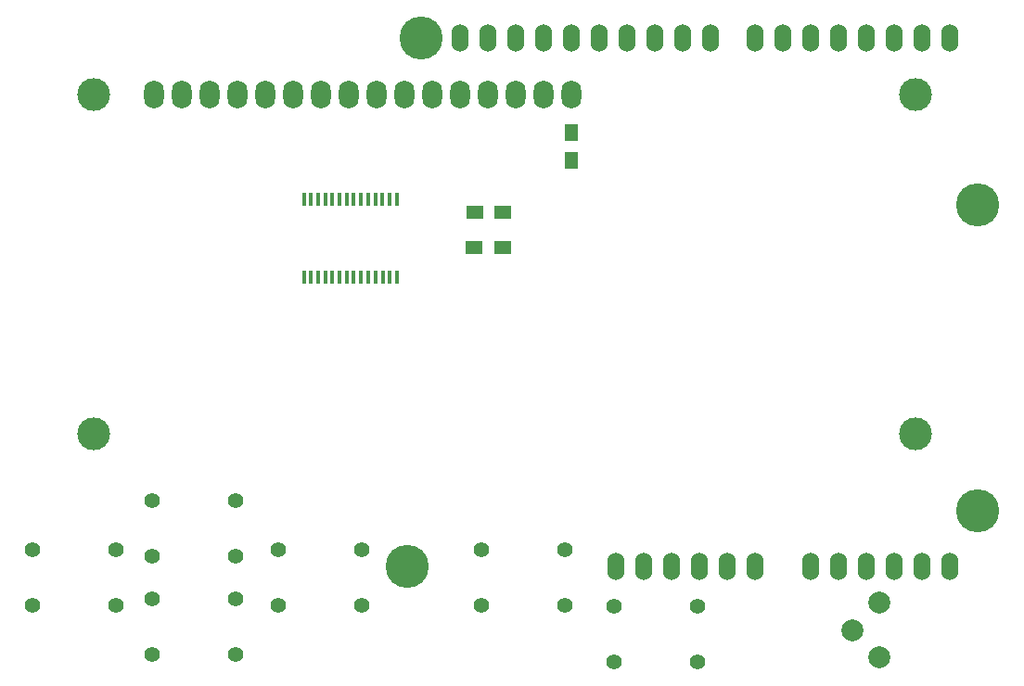
<source format=gbs>
%FSLAX34Y34*%
G04 Gerber Fmt 3.4, Leading zero omitted, Abs format*
G04 (created by PCBNEW (2014-05-22 BZR 4885)-product) date Tue 27 May 2014 09:52:33 PM EST*
%MOIN*%
G01*
G70*
G90*
G04 APERTURE LIST*
%ADD10C,0.003937*%
%ADD11C,0.078740*%
%ADD12O,0.060000X0.100000*%
%ADD13C,0.155000*%
%ADD14R,0.016000X0.050000*%
%ADD15R,0.047200X0.059100*%
%ADD16C,0.055000*%
%ADD17O,0.070866X0.102362*%
%ADD18C,0.118110*%
%ADD19R,0.059100X0.047200*%
G04 APERTURE END LIST*
G54D10*
G54D11*
X76196Y-54250D03*
X77180Y-53265D03*
X77180Y-55234D03*
G54D12*
X79724Y-51952D03*
X78724Y-51952D03*
X77724Y-51952D03*
X74724Y-51952D03*
X75724Y-51952D03*
X76724Y-51952D03*
X72724Y-51952D03*
X71724Y-51952D03*
X70724Y-51952D03*
X68724Y-51952D03*
X67724Y-51952D03*
X79724Y-32952D03*
X78724Y-32952D03*
X77724Y-32952D03*
X76724Y-32952D03*
X75724Y-32952D03*
X74724Y-32952D03*
X73724Y-32952D03*
X72724Y-32952D03*
X71124Y-32952D03*
X70124Y-32952D03*
X69124Y-32952D03*
X68124Y-32952D03*
X67124Y-32952D03*
X66124Y-32952D03*
X65124Y-32952D03*
X64124Y-32952D03*
X69724Y-51952D03*
G54D13*
X80724Y-49952D03*
X80724Y-38952D03*
X60724Y-32952D03*
X60224Y-51952D03*
G54D12*
X63124Y-32952D03*
X62124Y-32952D03*
G54D14*
X56500Y-38775D03*
X56750Y-38775D03*
X57010Y-38775D03*
X57270Y-38775D03*
X57520Y-38775D03*
X57780Y-38775D03*
X58040Y-38775D03*
X58290Y-38775D03*
X58550Y-38775D03*
X58800Y-38775D03*
X59060Y-38775D03*
X59320Y-38775D03*
X59570Y-38775D03*
X59830Y-38775D03*
X59830Y-41575D03*
X59570Y-41575D03*
X59330Y-41575D03*
X59060Y-41575D03*
X58800Y-41575D03*
X58550Y-41575D03*
X58290Y-41575D03*
X58040Y-41575D03*
X57780Y-41575D03*
X57520Y-41575D03*
X57270Y-41575D03*
X57010Y-41575D03*
X56750Y-41575D03*
X56500Y-41575D03*
G54D15*
X66116Y-37374D03*
X66116Y-36350D03*
G54D16*
X49728Y-51362D03*
X49728Y-53362D03*
X46728Y-51362D03*
X46728Y-53362D03*
X54059Y-49590D03*
X54059Y-51590D03*
X51059Y-49590D03*
X51059Y-51590D03*
X54059Y-53133D03*
X54059Y-55133D03*
X51059Y-53133D03*
X51059Y-55133D03*
X58586Y-51362D03*
X58586Y-53362D03*
X55586Y-51362D03*
X55586Y-53362D03*
X65870Y-51362D03*
X65870Y-53362D03*
X62870Y-51362D03*
X62870Y-53362D03*
X67650Y-55400D03*
X67650Y-53400D03*
X70650Y-55400D03*
X70650Y-53400D03*
G54D17*
X51100Y-35000D03*
X52100Y-35000D03*
X53100Y-35000D03*
X54100Y-35000D03*
X55100Y-35000D03*
X56100Y-35000D03*
X57100Y-35000D03*
X58100Y-35000D03*
X59100Y-35000D03*
X60100Y-35000D03*
X61100Y-35000D03*
X62100Y-35000D03*
X63100Y-35000D03*
X64100Y-35000D03*
X65100Y-35000D03*
X66100Y-35000D03*
G54D18*
X48935Y-35000D03*
X48935Y-47205D03*
X78462Y-47205D03*
X78462Y-35000D03*
G54D19*
X63652Y-39242D03*
X62628Y-39242D03*
X63632Y-40496D03*
X62608Y-40496D03*
M02*

</source>
